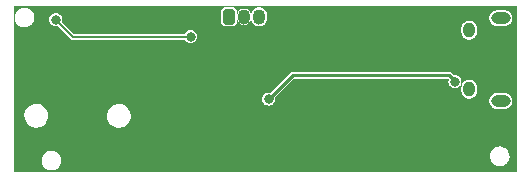
<source format=gbr>
%TF.GenerationSoftware,KiCad,Pcbnew,(6.0.1-0)*%
%TF.CreationDate,2022-02-13T14:14:42-05:00*%
%TF.ProjectId,usbAudio,75736241-7564-4696-9f2e-6b696361645f,rev?*%
%TF.SameCoordinates,Original*%
%TF.FileFunction,Copper,L2,Bot*%
%TF.FilePolarity,Positive*%
%FSLAX46Y46*%
G04 Gerber Fmt 4.6, Leading zero omitted, Abs format (unit mm)*
G04 Created by KiCad (PCBNEW (6.0.1-0)) date 2022-02-13 14:14:42*
%MOMM*%
%LPD*%
G01*
G04 APERTURE LIST*
G04 Aperture macros list*
%AMRoundRect*
0 Rectangle with rounded corners*
0 $1 Rounding radius*
0 $2 $3 $4 $5 $6 $7 $8 $9 X,Y pos of 4 corners*
0 Add a 4 corners polygon primitive as box body*
4,1,4,$2,$3,$4,$5,$6,$7,$8,$9,$2,$3,0*
0 Add four circle primitives for the rounded corners*
1,1,$1+$1,$2,$3*
1,1,$1+$1,$4,$5*
1,1,$1+$1,$6,$7*
1,1,$1+$1,$8,$9*
0 Add four rect primitives between the rounded corners*
20,1,$1+$1,$2,$3,$4,$5,0*
20,1,$1+$1,$4,$5,$6,$7,0*
20,1,$1+$1,$6,$7,$8,$9,0*
20,1,$1+$1,$8,$9,$2,$3,0*%
G04 Aperture macros list end*
%TA.AperFunction,ComponentPad*%
%ADD10O,1.651000X1.016000*%
%TD*%
%TA.AperFunction,ComponentPad*%
%ADD11O,1.016000X1.295400*%
%TD*%
%TA.AperFunction,ComponentPad*%
%ADD12RoundRect,0.249900X-0.275100X-0.400100X0.275100X-0.400100X0.275100X0.400100X-0.275100X0.400100X0*%
%TD*%
%TA.AperFunction,ComponentPad*%
%ADD13O,1.050000X1.300000*%
%TD*%
%TA.AperFunction,ComponentPad*%
%ADD14C,4.000000*%
%TD*%
%TA.AperFunction,ViaPad*%
%ADD15C,0.800000*%
%TD*%
%TA.AperFunction,Conductor*%
%ADD16C,0.250000*%
%TD*%
%TA.AperFunction,Conductor*%
%ADD17C,0.203200*%
%TD*%
G04 APERTURE END LIST*
D10*
%TO.P,J1,S_1*%
%TO.N,N/C*%
X97137601Y-81168600D03*
%TO.P,J1,S_2*%
X97137601Y-74168599D03*
D11*
%TO.P,J1,S_3*%
X94462600Y-80168600D03*
%TO.P,J1,S_4*%
X94462600Y-75168600D03*
%TD*%
D12*
%TO.P,J2,1,Pin_1*%
%TO.N,VCC*%
X74130000Y-74028400D03*
D13*
%TO.P,J2,2,Pin_2*%
%TO.N,GND*%
X75400000Y-74028400D03*
%TO.P,J2,3,Pin_3*%
%TO.N,/IN_R*%
X76670000Y-74028400D03*
%TD*%
D14*
%TO.P,REF\u002A\u002A,*%
%TO.N,GND*%
X94400000Y-84150000D03*
%TD*%
D15*
%TO.N,GND*%
X79250000Y-77650000D03*
X90728800Y-85826600D03*
X58826400Y-80645000D03*
X85598000Y-76390500D03*
X77520800Y-85369400D03*
X72263000Y-78359000D03*
X62560200Y-80645000D03*
X63347600Y-85928200D03*
X93395800Y-73914000D03*
X58100000Y-73600000D03*
X83000000Y-80000000D03*
X67665600Y-81508600D03*
%TO.N,VBUS*%
X77470000Y-81000600D03*
X93246199Y-79527400D03*
%TO.N,Net-(JP1-Pad2)*%
X70866000Y-75717400D03*
X59461400Y-74295000D03*
%TD*%
D16*
%TO.N,VBUS*%
X79502000Y-78994000D02*
X77470000Y-81026000D01*
X93238800Y-79446600D02*
X93246199Y-79446600D01*
X92786200Y-78994000D02*
X79502000Y-78994000D01*
X92786200Y-78994000D02*
X93238800Y-79446600D01*
D17*
%TO.N,Net-(JP1-Pad2)*%
X60920000Y-75740000D02*
X71097400Y-75740000D01*
X59460000Y-74280000D02*
X60920000Y-75740000D01*
%TD*%
%TA.AperFunction,Conductor*%
%TO.N,GND*%
G36*
X77200133Y-73100801D02*
G01*
X98463900Y-73103047D01*
X98472173Y-73106475D01*
X98475599Y-73114746D01*
X98475317Y-79719879D01*
X98475001Y-87136100D01*
X98471574Y-87144374D01*
X98463301Y-87147800D01*
X55916701Y-87147800D01*
X55908428Y-87144373D01*
X55905001Y-87136100D01*
X55905007Y-87012048D01*
X55905043Y-86153591D01*
X58269922Y-86153591D01*
X58279321Y-86332921D01*
X58327008Y-86506049D01*
X58327301Y-86506604D01*
X58327301Y-86506605D01*
X58409222Y-86661980D01*
X58410760Y-86664898D01*
X58526668Y-86802058D01*
X58669326Y-86911128D01*
X58719353Y-86934456D01*
X58831501Y-86986752D01*
X58831506Y-86986754D01*
X58832077Y-86987020D01*
X58936302Y-87010317D01*
X59006853Y-87026087D01*
X59006855Y-87026087D01*
X59007328Y-87026193D01*
X59012819Y-87026500D01*
X59144866Y-87026500D01*
X59145167Y-87026467D01*
X59145173Y-87026467D01*
X59213445Y-87019050D01*
X59278525Y-87011980D01*
X59279124Y-87011778D01*
X59279126Y-87011778D01*
X59363623Y-86983342D01*
X59448722Y-86954703D01*
X59520800Y-86911394D01*
X59602108Y-86862539D01*
X59602111Y-86862536D01*
X59602648Y-86862214D01*
X59733123Y-86738830D01*
X59834060Y-86590306D01*
X59889548Y-86451575D01*
X59900511Y-86424167D01*
X59900512Y-86424162D01*
X59900748Y-86423573D01*
X59930078Y-86246409D01*
X59920679Y-86067079D01*
X59872992Y-85893951D01*
X59828568Y-85809694D01*
X59825350Y-85803591D01*
X96219922Y-85803591D01*
X96229321Y-85982921D01*
X96277008Y-86156049D01*
X96277301Y-86156604D01*
X96277301Y-86156605D01*
X96324980Y-86247035D01*
X96360760Y-86314898D01*
X96476668Y-86452058D01*
X96619326Y-86561128D01*
X96669353Y-86584456D01*
X96781501Y-86636752D01*
X96781506Y-86636754D01*
X96782077Y-86637020D01*
X96886302Y-86660317D01*
X96956853Y-86676087D01*
X96956855Y-86676087D01*
X96957328Y-86676193D01*
X96962819Y-86676500D01*
X97094866Y-86676500D01*
X97095167Y-86676467D01*
X97095173Y-86676467D01*
X97163445Y-86669050D01*
X97228525Y-86661980D01*
X97229124Y-86661778D01*
X97229126Y-86661778D01*
X97313624Y-86633341D01*
X97398722Y-86604703D01*
X97421809Y-86590831D01*
X97552108Y-86512539D01*
X97552111Y-86512536D01*
X97552648Y-86512214D01*
X97647049Y-86422944D01*
X97682662Y-86389266D01*
X97683123Y-86388830D01*
X97784060Y-86240306D01*
X97818994Y-86152965D01*
X97850511Y-86074167D01*
X97850512Y-86074162D01*
X97850748Y-86073573D01*
X97880078Y-85896409D01*
X97870679Y-85717079D01*
X97822992Y-85543951D01*
X97778568Y-85459694D01*
X97739534Y-85385659D01*
X97739533Y-85385657D01*
X97739240Y-85385102D01*
X97623332Y-85247942D01*
X97480674Y-85138872D01*
X97430647Y-85115544D01*
X97318499Y-85063248D01*
X97318494Y-85063246D01*
X97317923Y-85062980D01*
X97206258Y-85038020D01*
X97143147Y-85023913D01*
X97143145Y-85023913D01*
X97142672Y-85023807D01*
X97137181Y-85023500D01*
X97005134Y-85023500D01*
X97004833Y-85023533D01*
X97004827Y-85023533D01*
X96936555Y-85030950D01*
X96871475Y-85038020D01*
X96870876Y-85038222D01*
X96870874Y-85038222D01*
X96797720Y-85062841D01*
X96701278Y-85095297D01*
X96700737Y-85095622D01*
X96700735Y-85095623D01*
X96547892Y-85187461D01*
X96547889Y-85187464D01*
X96547352Y-85187786D01*
X96416877Y-85311170D01*
X96315940Y-85459694D01*
X96315704Y-85460285D01*
X96249489Y-85625833D01*
X96249488Y-85625838D01*
X96249252Y-85626427D01*
X96219922Y-85803591D01*
X59825350Y-85803591D01*
X59789534Y-85735659D01*
X59789533Y-85735657D01*
X59789240Y-85735102D01*
X59673332Y-85597942D01*
X59530674Y-85488872D01*
X59466976Y-85459169D01*
X59368499Y-85413248D01*
X59368494Y-85413246D01*
X59367923Y-85412980D01*
X59256258Y-85388020D01*
X59193147Y-85373913D01*
X59193145Y-85373913D01*
X59192672Y-85373807D01*
X59187181Y-85373500D01*
X59055134Y-85373500D01*
X59054833Y-85373533D01*
X59054827Y-85373533D01*
X58986555Y-85380950D01*
X58921475Y-85388020D01*
X58920876Y-85388222D01*
X58920874Y-85388222D01*
X58847720Y-85412841D01*
X58751278Y-85445297D01*
X58750737Y-85445622D01*
X58750735Y-85445623D01*
X58597892Y-85537461D01*
X58597889Y-85537464D01*
X58597352Y-85537786D01*
X58596895Y-85538219D01*
X58596894Y-85538219D01*
X58467338Y-85660734D01*
X58466877Y-85661170D01*
X58365940Y-85809694D01*
X58365704Y-85810285D01*
X58299489Y-85975833D01*
X58299488Y-85975838D01*
X58299252Y-85976427D01*
X58269922Y-86153591D01*
X55905043Y-86153591D01*
X55905200Y-82472126D01*
X56795541Y-82472126D01*
X56795630Y-82472714D01*
X56795630Y-82472716D01*
X56811290Y-82576260D01*
X56825935Y-82673097D01*
X56896119Y-82863852D01*
X57003226Y-83036599D01*
X57142881Y-83184280D01*
X57309379Y-83300863D01*
X57495919Y-83381586D01*
X57694880Y-83423151D01*
X57695326Y-83423174D01*
X57695331Y-83423175D01*
X57700873Y-83423465D01*
X57701539Y-83423500D01*
X57850800Y-83423500D01*
X57851094Y-83423470D01*
X57851097Y-83423470D01*
X57901272Y-83418373D01*
X58002216Y-83408120D01*
X58196172Y-83347338D01*
X58373944Y-83248797D01*
X58528271Y-83116523D01*
X58590656Y-83036097D01*
X58652484Y-82956389D01*
X58652486Y-82956385D01*
X58652848Y-82955919D01*
X58742587Y-82773545D01*
X58793822Y-82576852D01*
X58799310Y-82472126D01*
X63795541Y-82472126D01*
X63795630Y-82472714D01*
X63795630Y-82472716D01*
X63811290Y-82576260D01*
X63825935Y-82673097D01*
X63896119Y-82863852D01*
X64003226Y-83036599D01*
X64142881Y-83184280D01*
X64309379Y-83300863D01*
X64495919Y-83381586D01*
X64694880Y-83423151D01*
X64695326Y-83423174D01*
X64695331Y-83423175D01*
X64700873Y-83423465D01*
X64701539Y-83423500D01*
X64850800Y-83423500D01*
X64851094Y-83423470D01*
X64851097Y-83423470D01*
X64901272Y-83418373D01*
X65002216Y-83408120D01*
X65196172Y-83347338D01*
X65373944Y-83248797D01*
X65528271Y-83116523D01*
X65590656Y-83036097D01*
X65652484Y-82956389D01*
X65652486Y-82956385D01*
X65652848Y-82955919D01*
X65742587Y-82773545D01*
X65793822Y-82576852D01*
X65804459Y-82373874D01*
X65804370Y-82373284D01*
X65774154Y-82173489D01*
X65774153Y-82173485D01*
X65774065Y-82172903D01*
X65703881Y-81982148D01*
X65596774Y-81809401D01*
X65457119Y-81661720D01*
X65290621Y-81545137D01*
X65104081Y-81464414D01*
X64905120Y-81422849D01*
X64904674Y-81422826D01*
X64904669Y-81422825D01*
X64899033Y-81422530D01*
X64898461Y-81422500D01*
X64749200Y-81422500D01*
X64748906Y-81422530D01*
X64748903Y-81422530D01*
X64698728Y-81427627D01*
X64597784Y-81437880D01*
X64403828Y-81498662D01*
X64226056Y-81597203D01*
X64071729Y-81729477D01*
X64049453Y-81758195D01*
X63947516Y-81889611D01*
X63947514Y-81889615D01*
X63947152Y-81890081D01*
X63857413Y-82072455D01*
X63806178Y-82269148D01*
X63795541Y-82472126D01*
X58799310Y-82472126D01*
X58804459Y-82373874D01*
X58804370Y-82373284D01*
X58774154Y-82173489D01*
X58774153Y-82173485D01*
X58774065Y-82172903D01*
X58703881Y-81982148D01*
X58596774Y-81809401D01*
X58457119Y-81661720D01*
X58290621Y-81545137D01*
X58104081Y-81464414D01*
X57905120Y-81422849D01*
X57904674Y-81422826D01*
X57904669Y-81422825D01*
X57899033Y-81422530D01*
X57898461Y-81422500D01*
X57749200Y-81422500D01*
X57748906Y-81422530D01*
X57748903Y-81422530D01*
X57698728Y-81427627D01*
X57597784Y-81437880D01*
X57403828Y-81498662D01*
X57226056Y-81597203D01*
X57071729Y-81729477D01*
X57049453Y-81758195D01*
X56947516Y-81889611D01*
X56947514Y-81889615D01*
X56947152Y-81890081D01*
X56857413Y-82072455D01*
X56806178Y-82269148D01*
X56795541Y-82472126D01*
X55905200Y-82472126D01*
X55905262Y-81000600D01*
X76912329Y-81000600D01*
X76931331Y-81144936D01*
X76987043Y-81279435D01*
X77075667Y-81394933D01*
X77076273Y-81395398D01*
X77076274Y-81395399D01*
X77112048Y-81422849D01*
X77191164Y-81483557D01*
X77191873Y-81483851D01*
X77191877Y-81483853D01*
X77310891Y-81533150D01*
X77325664Y-81539269D01*
X77470000Y-81558271D01*
X77614336Y-81539269D01*
X77629109Y-81533150D01*
X77748123Y-81483853D01*
X77748127Y-81483851D01*
X77748836Y-81483557D01*
X77827952Y-81422849D01*
X77863726Y-81395399D01*
X77863727Y-81395398D01*
X77864333Y-81394933D01*
X77952957Y-81279435D01*
X77967171Y-81245120D01*
X96158759Y-81245120D01*
X96158922Y-81245797D01*
X96158922Y-81245801D01*
X96194580Y-81394324D01*
X96196102Y-81400663D01*
X96196424Y-81401287D01*
X96215280Y-81437820D01*
X96269469Y-81542809D01*
X96269931Y-81543339D01*
X96269932Y-81543340D01*
X96274941Y-81549082D01*
X96374625Y-81663352D01*
X96375204Y-81663759D01*
X96504918Y-81754924D01*
X96504922Y-81754926D01*
X96505498Y-81755331D01*
X96654535Y-81813438D01*
X96776540Y-81829500D01*
X97495213Y-81829500D01*
X97495566Y-81829457D01*
X97495571Y-81829457D01*
X97592219Y-81817761D01*
X97613906Y-81815137D01*
X97614563Y-81814889D01*
X97614566Y-81814888D01*
X97762886Y-81758842D01*
X97762887Y-81758842D01*
X97763542Y-81758594D01*
X97895372Y-81667989D01*
X97895840Y-81667463D01*
X97895843Y-81667461D01*
X98001314Y-81549082D01*
X98001784Y-81548555D01*
X98076636Y-81407185D01*
X98115605Y-81252041D01*
X98115642Y-81245120D01*
X98116439Y-81092780D01*
X98116443Y-81092080D01*
X98114951Y-81085863D01*
X98079264Y-80937219D01*
X98079263Y-80937217D01*
X98079100Y-80936537D01*
X98005733Y-80794391D01*
X98000721Y-80788645D01*
X97901042Y-80674381D01*
X97900577Y-80673848D01*
X97899998Y-80673441D01*
X97770284Y-80582276D01*
X97770280Y-80582274D01*
X97769704Y-80581869D01*
X97620667Y-80523762D01*
X97498662Y-80507700D01*
X96779989Y-80507700D01*
X96779636Y-80507743D01*
X96779631Y-80507743D01*
X96682983Y-80519439D01*
X96661296Y-80522063D01*
X96660639Y-80522311D01*
X96660636Y-80522312D01*
X96512316Y-80578358D01*
X96511660Y-80578606D01*
X96379830Y-80669211D01*
X96379362Y-80669737D01*
X96379359Y-80669739D01*
X96333553Y-80721151D01*
X96273418Y-80788645D01*
X96198566Y-80930015D01*
X96159597Y-81085159D01*
X96159593Y-81085860D01*
X96159593Y-81085863D01*
X96159557Y-81092780D01*
X96158759Y-81245120D01*
X77967171Y-81245120D01*
X78008669Y-81144936D01*
X78027671Y-81000600D01*
X78012223Y-80883260D01*
X78014541Y-80874610D01*
X78015550Y-80873460D01*
X78540598Y-80348412D01*
X93801700Y-80348412D01*
X93816063Y-80467105D01*
X93816311Y-80467762D01*
X93816312Y-80467765D01*
X93859332Y-80581612D01*
X93872606Y-80616741D01*
X93963211Y-80748571D01*
X93963737Y-80749039D01*
X93963739Y-80749042D01*
X94008189Y-80788645D01*
X94082645Y-80854983D01*
X94083270Y-80855314D01*
X94089229Y-80858469D01*
X94224015Y-80929835D01*
X94300985Y-80949168D01*
X94378477Y-80968633D01*
X94378479Y-80968633D01*
X94379159Y-80968804D01*
X94379860Y-80968808D01*
X94379863Y-80968808D01*
X94456565Y-80969210D01*
X94539120Y-80969642D01*
X94539797Y-80969479D01*
X94539801Y-80969479D01*
X94693981Y-80932463D01*
X94693983Y-80932462D01*
X94694663Y-80932299D01*
X94700073Y-80929507D01*
X94806433Y-80874610D01*
X94836809Y-80858932D01*
X94839868Y-80856264D01*
X94956819Y-80754241D01*
X94957352Y-80753776D01*
X95013152Y-80674381D01*
X95048924Y-80623483D01*
X95048926Y-80623479D01*
X95049331Y-80622903D01*
X95051734Y-80616741D01*
X95107181Y-80474525D01*
X95107438Y-80473866D01*
X95123500Y-80351861D01*
X95123500Y-79988788D01*
X95109137Y-79870095D01*
X95106848Y-79864036D01*
X95052842Y-79721115D01*
X95052842Y-79721114D01*
X95052594Y-79720459D01*
X94961989Y-79588629D01*
X94961463Y-79588161D01*
X94961461Y-79588158D01*
X94892414Y-79526640D01*
X94842555Y-79482217D01*
X94701185Y-79407365D01*
X94607471Y-79383826D01*
X94546723Y-79368567D01*
X94546721Y-79368567D01*
X94546041Y-79368396D01*
X94545340Y-79368392D01*
X94545337Y-79368392D01*
X94468635Y-79367990D01*
X94386080Y-79367558D01*
X94385403Y-79367721D01*
X94385399Y-79367721D01*
X94231219Y-79404737D01*
X94231217Y-79404738D01*
X94230537Y-79404901D01*
X94229913Y-79405223D01*
X94172615Y-79434797D01*
X94088391Y-79478268D01*
X94087861Y-79478730D01*
X94087860Y-79478731D01*
X93968381Y-79582959D01*
X93967848Y-79583424D01*
X93967441Y-79584003D01*
X93876276Y-79713717D01*
X93876274Y-79713721D01*
X93875869Y-79714297D01*
X93875612Y-79714956D01*
X93873211Y-79721115D01*
X93817762Y-79863334D01*
X93801700Y-79985339D01*
X93801700Y-80348412D01*
X78540598Y-80348412D01*
X79613683Y-79275327D01*
X79621956Y-79271900D01*
X92666244Y-79271900D01*
X92674517Y-79275327D01*
X92723888Y-79324698D01*
X92727315Y-79332971D01*
X92726424Y-79337448D01*
X92713953Y-79367558D01*
X92707530Y-79383064D01*
X92688528Y-79527400D01*
X92707530Y-79671736D01*
X92763242Y-79806235D01*
X92851866Y-79921733D01*
X92967363Y-80010357D01*
X92968072Y-80010651D01*
X92968076Y-80010653D01*
X93087090Y-80059950D01*
X93101863Y-80066069D01*
X93246199Y-80085071D01*
X93390535Y-80066069D01*
X93405308Y-80059950D01*
X93524322Y-80010653D01*
X93524326Y-80010651D01*
X93525035Y-80010357D01*
X93640532Y-79921733D01*
X93729156Y-79806235D01*
X93784868Y-79671736D01*
X93803870Y-79527400D01*
X93784868Y-79383064D01*
X93729156Y-79248565D01*
X93640532Y-79133067D01*
X93525035Y-79044443D01*
X93524326Y-79044149D01*
X93524322Y-79044147D01*
X93391247Y-78989026D01*
X93391248Y-78989026D01*
X93390535Y-78988731D01*
X93246199Y-78969729D01*
X93171276Y-78979593D01*
X93162627Y-78977275D01*
X93161476Y-78976266D01*
X93016957Y-78831747D01*
X93014719Y-78828612D01*
X93013642Y-78826409D01*
X93013168Y-78825439D01*
X92978514Y-78793293D01*
X92978198Y-78792988D01*
X92964428Y-78779218D01*
X92963985Y-78778914D01*
X92960963Y-78776840D01*
X92959626Y-78775771D01*
X92938058Y-78755765D01*
X92937269Y-78755033D01*
X92919130Y-78747796D01*
X92916847Y-78746577D01*
X92901634Y-78736141D01*
X92901630Y-78736139D01*
X92900739Y-78735528D01*
X92899689Y-78735279D01*
X92899687Y-78735278D01*
X92871070Y-78728487D01*
X92869436Y-78727970D01*
X92841878Y-78716975D01*
X92841877Y-78716975D01*
X92841113Y-78716670D01*
X92837352Y-78716301D01*
X92835587Y-78716128D01*
X92835582Y-78716128D01*
X92835299Y-78716100D01*
X92820246Y-78716100D01*
X92817544Y-78715784D01*
X92801061Y-78711872D01*
X92801060Y-78711872D01*
X92800011Y-78711623D01*
X92770106Y-78715693D01*
X92767901Y-78715993D01*
X92766323Y-78716100D01*
X79550441Y-78716100D01*
X79546642Y-78715466D01*
X79544320Y-78714669D01*
X79544319Y-78714669D01*
X79543300Y-78714319D01*
X79542226Y-78714359D01*
X79542224Y-78714359D01*
X79496075Y-78716092D01*
X79495636Y-78716100D01*
X79476152Y-78716100D01*
X79475629Y-78716197D01*
X79475623Y-78716198D01*
X79472022Y-78716869D01*
X79470319Y-78717059D01*
X79440928Y-78718162D01*
X79440926Y-78718163D01*
X79439847Y-78718203D01*
X79421898Y-78725914D01*
X79419428Y-78726664D01*
X79400224Y-78730241D01*
X79399304Y-78730808D01*
X79374265Y-78746242D01*
X79372744Y-78747032D01*
X79345483Y-78758744D01*
X79344727Y-78759069D01*
X79340213Y-78762777D01*
X79329568Y-78773422D01*
X79327433Y-78775109D01*
X79312095Y-78784564D01*
X79305457Y-78793293D01*
X79292479Y-78810360D01*
X79291439Y-78811551D01*
X77638760Y-80464230D01*
X77630487Y-80467657D01*
X77626012Y-80466767D01*
X77614336Y-80461931D01*
X77470000Y-80442929D01*
X77325664Y-80461931D01*
X77191165Y-80517643D01*
X77190552Y-80518114D01*
X77190551Y-80518114D01*
X77113668Y-80577108D01*
X77075667Y-80606267D01*
X76987043Y-80721765D01*
X76931331Y-80856264D01*
X76912329Y-81000600D01*
X55905262Y-81000600D01*
X55905313Y-79806849D01*
X55905559Y-74053591D01*
X55969922Y-74053591D01*
X55969955Y-74054223D01*
X55969955Y-74054225D01*
X55971939Y-74092079D01*
X55979321Y-74232921D01*
X56027008Y-74406049D01*
X56027301Y-74406604D01*
X56027301Y-74406605D01*
X56106505Y-74556827D01*
X56110760Y-74564898D01*
X56226668Y-74702058D01*
X56369326Y-74811128D01*
X56417033Y-74833374D01*
X56531501Y-74886752D01*
X56531506Y-74886754D01*
X56532077Y-74887020D01*
X56636302Y-74910317D01*
X56706853Y-74926087D01*
X56706855Y-74926087D01*
X56707328Y-74926193D01*
X56712819Y-74926500D01*
X56844866Y-74926500D01*
X56845167Y-74926467D01*
X56845173Y-74926467D01*
X56913445Y-74919050D01*
X56978525Y-74911980D01*
X56979124Y-74911778D01*
X56979126Y-74911778D01*
X57125033Y-74862675D01*
X57148722Y-74854703D01*
X57152104Y-74852671D01*
X57302108Y-74762539D01*
X57302111Y-74762536D01*
X57302648Y-74762214D01*
X57348068Y-74719263D01*
X57432662Y-74639266D01*
X57433123Y-74638830D01*
X57456514Y-74604412D01*
X57533703Y-74490831D01*
X57534060Y-74490306D01*
X57582752Y-74368567D01*
X57600511Y-74324167D01*
X57600512Y-74324162D01*
X57600748Y-74323573D01*
X57605478Y-74295000D01*
X58903729Y-74295000D01*
X58922731Y-74439336D01*
X58978443Y-74573835D01*
X59067067Y-74689333D01*
X59067673Y-74689798D01*
X59067674Y-74689799D01*
X59106783Y-74719808D01*
X59182564Y-74777957D01*
X59183273Y-74778251D01*
X59183277Y-74778253D01*
X59283113Y-74819606D01*
X59317064Y-74833669D01*
X59461400Y-74852671D01*
X59605736Y-74833669D01*
X59632467Y-74822597D01*
X59641421Y-74822598D01*
X59645216Y-74825134D01*
X60721502Y-75901419D01*
X60722957Y-75903192D01*
X60736516Y-75923484D01*
X60757766Y-75937683D01*
X60757767Y-75937684D01*
X60820699Y-75979734D01*
X60821828Y-75979959D01*
X60821829Y-75979959D01*
X60918869Y-75999261D01*
X60920000Y-75999486D01*
X60921131Y-75999261D01*
X60943936Y-75994725D01*
X60946218Y-75994500D01*
X70375942Y-75994500D01*
X70384215Y-75997927D01*
X70385224Y-75999078D01*
X70438775Y-76068866D01*
X70471667Y-76111733D01*
X70587164Y-76200357D01*
X70587873Y-76200651D01*
X70587877Y-76200653D01*
X70706891Y-76249950D01*
X70721664Y-76256069D01*
X70866000Y-76275071D01*
X71010336Y-76256069D01*
X71025109Y-76249950D01*
X71144123Y-76200653D01*
X71144127Y-76200651D01*
X71144836Y-76200357D01*
X71260333Y-76111733D01*
X71321182Y-76032433D01*
X71348486Y-75996849D01*
X71348486Y-75996848D01*
X71348957Y-75996235D01*
X71404669Y-75861736D01*
X71423671Y-75717400D01*
X71404669Y-75573064D01*
X71348957Y-75438565D01*
X71279781Y-75348412D01*
X93801700Y-75348412D01*
X93816063Y-75467105D01*
X93816311Y-75467762D01*
X93816312Y-75467765D01*
X93821719Y-75482073D01*
X93872606Y-75616741D01*
X93963211Y-75748571D01*
X93963737Y-75749039D01*
X93963739Y-75749042D01*
X94029208Y-75807373D01*
X94082645Y-75854983D01*
X94224015Y-75929835D01*
X94255260Y-75937683D01*
X94378477Y-75968633D01*
X94378479Y-75968633D01*
X94379159Y-75968804D01*
X94379860Y-75968808D01*
X94379863Y-75968808D01*
X94456565Y-75969210D01*
X94539120Y-75969642D01*
X94539797Y-75969479D01*
X94539801Y-75969479D01*
X94693981Y-75932463D01*
X94693983Y-75932462D01*
X94694663Y-75932299D01*
X94700073Y-75929507D01*
X94836183Y-75859255D01*
X94836182Y-75859255D01*
X94836809Y-75858932D01*
X94840957Y-75855314D01*
X94956819Y-75754241D01*
X94957352Y-75753776D01*
X94961421Y-75747987D01*
X95048924Y-75623483D01*
X95048926Y-75623479D01*
X95049331Y-75622903D01*
X95051734Y-75616741D01*
X95107181Y-75474525D01*
X95107438Y-75473866D01*
X95123500Y-75351861D01*
X95123500Y-74988788D01*
X95115926Y-74926193D01*
X95109222Y-74870798D01*
X95109137Y-74870095D01*
X95106848Y-74864036D01*
X95052842Y-74721115D01*
X95052842Y-74721114D01*
X95052594Y-74720459D01*
X94961989Y-74588629D01*
X94961463Y-74588161D01*
X94961461Y-74588158D01*
X94852223Y-74490831D01*
X94842555Y-74482217D01*
X94701185Y-74407365D01*
X94624215Y-74388032D01*
X94546723Y-74368567D01*
X94546721Y-74368567D01*
X94546041Y-74368396D01*
X94545340Y-74368392D01*
X94545337Y-74368392D01*
X94468635Y-74367990D01*
X94386080Y-74367558D01*
X94385403Y-74367721D01*
X94385399Y-74367721D01*
X94231219Y-74404737D01*
X94231217Y-74404738D01*
X94230537Y-74404901D01*
X94229913Y-74405223D01*
X94224914Y-74407803D01*
X94088391Y-74478268D01*
X94087861Y-74478730D01*
X94087860Y-74478731D01*
X93998337Y-74556827D01*
X93967848Y-74583424D01*
X93967441Y-74584003D01*
X93876276Y-74713717D01*
X93876274Y-74713721D01*
X93875869Y-74714297D01*
X93875612Y-74714956D01*
X93873323Y-74720826D01*
X93817762Y-74863334D01*
X93801700Y-74985339D01*
X93801700Y-75348412D01*
X71279781Y-75348412D01*
X71260333Y-75323067D01*
X71144836Y-75234443D01*
X71144127Y-75234149D01*
X71144123Y-75234147D01*
X71011048Y-75179026D01*
X71011049Y-75179026D01*
X71010336Y-75178731D01*
X70866000Y-75159729D01*
X70721664Y-75178731D01*
X70587165Y-75234443D01*
X70471667Y-75323067D01*
X70383043Y-75438565D01*
X70370948Y-75467765D01*
X70366594Y-75478277D01*
X70360262Y-75484609D01*
X70355785Y-75485500D01*
X61030263Y-75485500D01*
X61021990Y-75482073D01*
X60000119Y-74460202D01*
X73452100Y-74460202D01*
X73467039Y-74554524D01*
X73524966Y-74668211D01*
X73615189Y-74758434D01*
X73728876Y-74816361D01*
X73784267Y-74825134D01*
X73820660Y-74830898D01*
X73823198Y-74831300D01*
X74436802Y-74831300D01*
X74439341Y-74830898D01*
X74475733Y-74825134D01*
X74531124Y-74816361D01*
X74644811Y-74758434D01*
X74735034Y-74668211D01*
X74792961Y-74554524D01*
X74807900Y-74460202D01*
X74807900Y-74190046D01*
X74835000Y-74190046D01*
X74835050Y-74190808D01*
X74849443Y-74300133D01*
X74849838Y-74301607D01*
X74906178Y-74437624D01*
X74906943Y-74438948D01*
X74996573Y-74555756D01*
X74997644Y-74556827D01*
X75114451Y-74646457D01*
X75115775Y-74647222D01*
X75251793Y-74703562D01*
X75253267Y-74703957D01*
X75384894Y-74721286D01*
X75386612Y-74720826D01*
X75387200Y-74719808D01*
X75387200Y-74719263D01*
X75412800Y-74719263D01*
X75413482Y-74720908D01*
X75414566Y-74721358D01*
X75546733Y-74703957D01*
X75548207Y-74703562D01*
X75684224Y-74647222D01*
X75685548Y-74646457D01*
X75802356Y-74556827D01*
X75803427Y-74555756D01*
X75893057Y-74438948D01*
X75893822Y-74437624D01*
X75950162Y-74301607D01*
X75950557Y-74300133D01*
X75964458Y-74194544D01*
X75992100Y-74194544D01*
X75992143Y-74194897D01*
X75992143Y-74194902D01*
X75998220Y-74245119D01*
X76006833Y-74316289D01*
X76007081Y-74316946D01*
X76007082Y-74316949D01*
X76064582Y-74469119D01*
X76064830Y-74469775D01*
X76157765Y-74604996D01*
X76158291Y-74605464D01*
X76158293Y-74605467D01*
X76204300Y-74646457D01*
X76280272Y-74714146D01*
X76425278Y-74790922D01*
X76504197Y-74810745D01*
X76583731Y-74830723D01*
X76583733Y-74830723D01*
X76584413Y-74830894D01*
X76585114Y-74830898D01*
X76585117Y-74830898D01*
X76663830Y-74831310D01*
X76748488Y-74831753D01*
X76749165Y-74831590D01*
X76749169Y-74831590D01*
X76907351Y-74793614D01*
X76907353Y-74793613D01*
X76908033Y-74793450D01*
X76913567Y-74790594D01*
X77047848Y-74721286D01*
X77053835Y-74718196D01*
X77058305Y-74714297D01*
X77176945Y-74610800D01*
X77177478Y-74610335D01*
X77192733Y-74588629D01*
X77271417Y-74476675D01*
X77271419Y-74476671D01*
X77271824Y-74476095D01*
X77331425Y-74323225D01*
X77341708Y-74245119D01*
X96158759Y-74245119D01*
X96158922Y-74245796D01*
X96158922Y-74245800D01*
X96195938Y-74399980D01*
X96196102Y-74400662D01*
X96196424Y-74401286D01*
X96215670Y-74438574D01*
X96269469Y-74542808D01*
X96269931Y-74543338D01*
X96269932Y-74543339D01*
X96323209Y-74604412D01*
X96374625Y-74663351D01*
X96375204Y-74663758D01*
X96504918Y-74754923D01*
X96504922Y-74754925D01*
X96505498Y-74755330D01*
X96506157Y-74755587D01*
X96523988Y-74762539D01*
X96654535Y-74813437D01*
X96776540Y-74829499D01*
X97495213Y-74829499D01*
X97495566Y-74829456D01*
X97495571Y-74829456D01*
X97607237Y-74815943D01*
X97613906Y-74815136D01*
X97614563Y-74814888D01*
X97614566Y-74814887D01*
X97762886Y-74758841D01*
X97762887Y-74758841D01*
X97763542Y-74758593D01*
X97895372Y-74667988D01*
X97895840Y-74667462D01*
X97895843Y-74667460D01*
X97979896Y-74573120D01*
X98001784Y-74548554D01*
X98076636Y-74407184D01*
X98103525Y-74300133D01*
X98115434Y-74252722D01*
X98115434Y-74252720D01*
X98115605Y-74252040D01*
X98115642Y-74245119D01*
X98116439Y-74092779D01*
X98116443Y-74092079D01*
X98114951Y-74085862D01*
X98079264Y-73937218D01*
X98079263Y-73937216D01*
X98079100Y-73936536D01*
X98060902Y-73901277D01*
X98006056Y-73795016D01*
X98005733Y-73794390D01*
X98000721Y-73788644D01*
X97901042Y-73674380D01*
X97900577Y-73673847D01*
X97899998Y-73673440D01*
X97770284Y-73582275D01*
X97770280Y-73582273D01*
X97769704Y-73581868D01*
X97765234Y-73580125D01*
X97621326Y-73524018D01*
X97621327Y-73524018D01*
X97620667Y-73523761D01*
X97498662Y-73507699D01*
X96779989Y-73507699D01*
X96779636Y-73507742D01*
X96779631Y-73507742D01*
X96682983Y-73519438D01*
X96661296Y-73522062D01*
X96660639Y-73522310D01*
X96660636Y-73522311D01*
X96512316Y-73578357D01*
X96511660Y-73578605D01*
X96379830Y-73669210D01*
X96379362Y-73669736D01*
X96379359Y-73669738D01*
X96344228Y-73709169D01*
X96273418Y-73788644D01*
X96273087Y-73789269D01*
X96261029Y-73812043D01*
X96198566Y-73930014D01*
X96159597Y-74085158D01*
X96159593Y-74085859D01*
X96159593Y-74085862D01*
X96159557Y-74092779D01*
X96158759Y-74245119D01*
X77341708Y-74245119D01*
X77347900Y-74198088D01*
X77347900Y-73862256D01*
X77347518Y-73859095D01*
X77333252Y-73741214D01*
X77333167Y-73740511D01*
X77332003Y-73737429D01*
X77275418Y-73587681D01*
X77275418Y-73587680D01*
X77275170Y-73587025D01*
X77182235Y-73451804D01*
X77181709Y-73451336D01*
X77181707Y-73451333D01*
X77111284Y-73388589D01*
X77059728Y-73342654D01*
X76914722Y-73265878D01*
X76835770Y-73246047D01*
X76756269Y-73226077D01*
X76756267Y-73226077D01*
X76755587Y-73225906D01*
X76754886Y-73225902D01*
X76754883Y-73225902D01*
X76676170Y-73225490D01*
X76591512Y-73225047D01*
X76590835Y-73225210D01*
X76590831Y-73225210D01*
X76432649Y-73263186D01*
X76432647Y-73263187D01*
X76431967Y-73263350D01*
X76431343Y-73263672D01*
X76384301Y-73287952D01*
X76286165Y-73338604D01*
X76285635Y-73339066D01*
X76285634Y-73339067D01*
X76163055Y-73446000D01*
X76162522Y-73446465D01*
X76162115Y-73447044D01*
X76068583Y-73580125D01*
X76068581Y-73580129D01*
X76068176Y-73580705D01*
X76067919Y-73581364D01*
X76038376Y-73657140D01*
X76008575Y-73733575D01*
X75992100Y-73858712D01*
X75992100Y-74194544D01*
X75964458Y-74194544D01*
X75964950Y-74190808D01*
X75965000Y-74190046D01*
X75965000Y-73866754D01*
X75964950Y-73865992D01*
X75950557Y-73756667D01*
X75950162Y-73755193D01*
X75893822Y-73619176D01*
X75893057Y-73617852D01*
X75803427Y-73501044D01*
X75802356Y-73499973D01*
X75685549Y-73410343D01*
X75684225Y-73409578D01*
X75548207Y-73353238D01*
X75546733Y-73352843D01*
X75415106Y-73335514D01*
X75413388Y-73335974D01*
X75412800Y-73336992D01*
X75412800Y-74719263D01*
X75387200Y-74719263D01*
X75387200Y-73337537D01*
X75386518Y-73335892D01*
X75385434Y-73335442D01*
X75253267Y-73352843D01*
X75251793Y-73353238D01*
X75115776Y-73409578D01*
X75114452Y-73410343D01*
X74997644Y-73499973D01*
X74996573Y-73501044D01*
X74906943Y-73617852D01*
X74906178Y-73619176D01*
X74849838Y-73755193D01*
X74849443Y-73756667D01*
X74835050Y-73865992D01*
X74835000Y-73866754D01*
X74835000Y-74190046D01*
X74807900Y-74190046D01*
X74807900Y-73596598D01*
X74805632Y-73582275D01*
X74802220Y-73560734D01*
X74792961Y-73502276D01*
X74735034Y-73388589D01*
X74644811Y-73298366D01*
X74531124Y-73240439D01*
X74440445Y-73226077D01*
X74437257Y-73225572D01*
X74437256Y-73225572D01*
X74436802Y-73225500D01*
X73823198Y-73225500D01*
X73822744Y-73225572D01*
X73822743Y-73225572D01*
X73819555Y-73226077D01*
X73728876Y-73240439D01*
X73615189Y-73298366D01*
X73524966Y-73388589D01*
X73467039Y-73502276D01*
X73457780Y-73560734D01*
X73454369Y-73582275D01*
X73452100Y-73596598D01*
X73452100Y-74460202D01*
X60000119Y-74460202D01*
X59999500Y-74459583D01*
X59996073Y-74451310D01*
X59996964Y-74446833D01*
X59999775Y-74440048D01*
X59999777Y-74440042D01*
X60000069Y-74439336D01*
X60019071Y-74295000D01*
X60000069Y-74150664D01*
X59944357Y-74016165D01*
X59855733Y-73900667D01*
X59740236Y-73812043D01*
X59739527Y-73811749D01*
X59739523Y-73811747D01*
X59606448Y-73756626D01*
X59606449Y-73756626D01*
X59605736Y-73756331D01*
X59461400Y-73737329D01*
X59317064Y-73756331D01*
X59182565Y-73812043D01*
X59067067Y-73900667D01*
X58978443Y-74016165D01*
X58922731Y-74150664D01*
X58903729Y-74295000D01*
X57605478Y-74295000D01*
X57630078Y-74146409D01*
X57627231Y-74092079D01*
X57623252Y-74016165D01*
X57620679Y-73967079D01*
X57572992Y-73793951D01*
X57572699Y-73793395D01*
X57489534Y-73635659D01*
X57489533Y-73635657D01*
X57489240Y-73635102D01*
X57373332Y-73497942D01*
X57230674Y-73388872D01*
X57153410Y-73352843D01*
X57068499Y-73313248D01*
X57068494Y-73313246D01*
X57067923Y-73312980D01*
X56956258Y-73288020D01*
X56893147Y-73273913D01*
X56893145Y-73273913D01*
X56892672Y-73273807D01*
X56887181Y-73273500D01*
X56755134Y-73273500D01*
X56754833Y-73273533D01*
X56754827Y-73273533D01*
X56686555Y-73280950D01*
X56621475Y-73288020D01*
X56620876Y-73288222D01*
X56620874Y-73288222D01*
X56547720Y-73312841D01*
X56451278Y-73345297D01*
X56450737Y-73345622D01*
X56450735Y-73345623D01*
X56297892Y-73437461D01*
X56297889Y-73437464D01*
X56297352Y-73437786D01*
X56296895Y-73438219D01*
X56296894Y-73438219D01*
X56207969Y-73522311D01*
X56166877Y-73561170D01*
X56166521Y-73561694D01*
X56166520Y-73561695D01*
X56152534Y-73582275D01*
X56065940Y-73709694D01*
X56056108Y-73734277D01*
X55999489Y-73875833D01*
X55999488Y-73875838D01*
X55999252Y-73876427D01*
X55969922Y-74053591D01*
X55905559Y-74053591D01*
X55905599Y-73110253D01*
X55909026Y-73101979D01*
X55917299Y-73098553D01*
X77200133Y-73100801D01*
G37*
%TD.AperFunction*%
%TD*%
M02*

</source>
